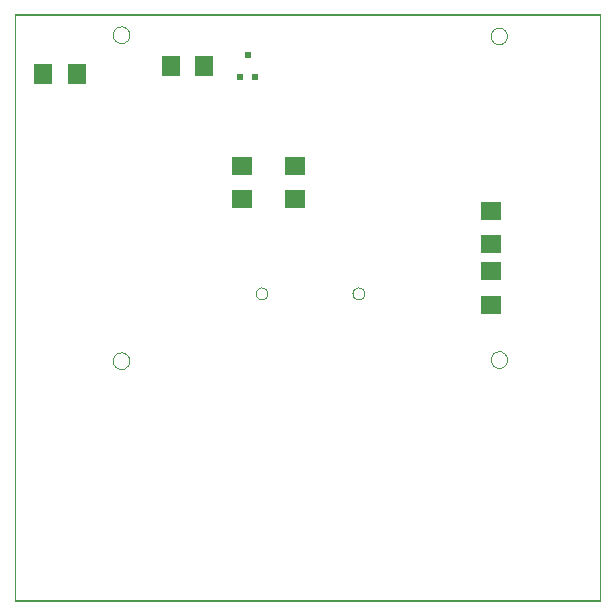
<source format=gbp>
G75*
G70*
%OFA0B0*%
%FSLAX24Y24*%
%IPPOS*%
%LPD*%
%AMOC8*
5,1,8,0,0,1.08239X$1,22.5*
%
%ADD10C,0.0000*%
%ADD11R,0.0709X0.0630*%
%ADD12R,0.0710X0.0630*%
%ADD13R,0.0630X0.0710*%
%ADD14R,0.0236X0.0217*%
D10*
X000736Y000100D02*
X000736Y019663D01*
X020252Y019663D01*
X020252Y000100D01*
X000736Y000100D01*
X000750Y000128D02*
X000750Y019628D01*
X020250Y019628D01*
X020250Y000128D01*
X000750Y000128D01*
X004004Y008120D02*
X004006Y008153D01*
X004012Y008185D01*
X004021Y008216D01*
X004034Y008246D01*
X004051Y008274D01*
X004071Y008300D01*
X004094Y008324D01*
X004119Y008344D01*
X004147Y008362D01*
X004176Y008376D01*
X004207Y008386D01*
X004239Y008393D01*
X004272Y008396D01*
X004305Y008395D01*
X004337Y008390D01*
X004368Y008381D01*
X004399Y008369D01*
X004427Y008353D01*
X004454Y008334D01*
X004478Y008312D01*
X004499Y008287D01*
X004518Y008260D01*
X004533Y008231D01*
X004544Y008201D01*
X004552Y008169D01*
X004556Y008136D01*
X004556Y008104D01*
X004552Y008071D01*
X004544Y008039D01*
X004533Y008009D01*
X004518Y007980D01*
X004499Y007953D01*
X004478Y007928D01*
X004454Y007906D01*
X004427Y007887D01*
X004399Y007871D01*
X004368Y007859D01*
X004337Y007850D01*
X004305Y007845D01*
X004272Y007844D01*
X004239Y007847D01*
X004207Y007854D01*
X004176Y007864D01*
X004147Y007878D01*
X004119Y007896D01*
X004094Y007916D01*
X004071Y007940D01*
X004051Y007966D01*
X004034Y007994D01*
X004021Y008024D01*
X004012Y008055D01*
X004006Y008087D01*
X004004Y008120D01*
X008768Y010364D02*
X008770Y010391D01*
X008776Y010418D01*
X008785Y010444D01*
X008798Y010468D01*
X008814Y010491D01*
X008833Y010510D01*
X008855Y010527D01*
X008879Y010541D01*
X008904Y010551D01*
X008931Y010558D01*
X008958Y010561D01*
X008986Y010560D01*
X009013Y010555D01*
X009039Y010547D01*
X009063Y010535D01*
X009086Y010519D01*
X009107Y010501D01*
X009124Y010480D01*
X009139Y010456D01*
X009150Y010431D01*
X009158Y010405D01*
X009162Y010378D01*
X009162Y010350D01*
X009158Y010323D01*
X009150Y010297D01*
X009139Y010272D01*
X009124Y010248D01*
X009107Y010227D01*
X009086Y010209D01*
X009064Y010193D01*
X009039Y010181D01*
X009013Y010173D01*
X008986Y010168D01*
X008958Y010167D01*
X008931Y010170D01*
X008904Y010177D01*
X008879Y010187D01*
X008855Y010201D01*
X008833Y010218D01*
X008814Y010237D01*
X008798Y010260D01*
X008785Y010284D01*
X008776Y010310D01*
X008770Y010337D01*
X008768Y010364D01*
X011996Y010364D02*
X011998Y010391D01*
X012004Y010418D01*
X012013Y010444D01*
X012026Y010468D01*
X012042Y010491D01*
X012061Y010510D01*
X012083Y010527D01*
X012107Y010541D01*
X012132Y010551D01*
X012159Y010558D01*
X012186Y010561D01*
X012214Y010560D01*
X012241Y010555D01*
X012267Y010547D01*
X012291Y010535D01*
X012314Y010519D01*
X012335Y010501D01*
X012352Y010480D01*
X012367Y010456D01*
X012378Y010431D01*
X012386Y010405D01*
X012390Y010378D01*
X012390Y010350D01*
X012386Y010323D01*
X012378Y010297D01*
X012367Y010272D01*
X012352Y010248D01*
X012335Y010227D01*
X012314Y010209D01*
X012292Y010193D01*
X012267Y010181D01*
X012241Y010173D01*
X012214Y010168D01*
X012186Y010167D01*
X012159Y010170D01*
X012132Y010177D01*
X012107Y010187D01*
X012083Y010201D01*
X012061Y010218D01*
X012042Y010237D01*
X012026Y010260D01*
X012013Y010284D01*
X012004Y010310D01*
X011998Y010337D01*
X011996Y010364D01*
X016602Y008159D02*
X016604Y008192D01*
X016610Y008224D01*
X016619Y008255D01*
X016632Y008285D01*
X016649Y008313D01*
X016669Y008339D01*
X016692Y008363D01*
X016717Y008383D01*
X016745Y008401D01*
X016774Y008415D01*
X016805Y008425D01*
X016837Y008432D01*
X016870Y008435D01*
X016903Y008434D01*
X016935Y008429D01*
X016966Y008420D01*
X016997Y008408D01*
X017025Y008392D01*
X017052Y008373D01*
X017076Y008351D01*
X017097Y008326D01*
X017116Y008299D01*
X017131Y008270D01*
X017142Y008240D01*
X017150Y008208D01*
X017154Y008175D01*
X017154Y008143D01*
X017150Y008110D01*
X017142Y008078D01*
X017131Y008048D01*
X017116Y008019D01*
X017097Y007992D01*
X017076Y007967D01*
X017052Y007945D01*
X017025Y007926D01*
X016997Y007910D01*
X016966Y007898D01*
X016935Y007889D01*
X016903Y007884D01*
X016870Y007883D01*
X016837Y007886D01*
X016805Y007893D01*
X016774Y007903D01*
X016745Y007917D01*
X016717Y007935D01*
X016692Y007955D01*
X016669Y007979D01*
X016649Y008005D01*
X016632Y008033D01*
X016619Y008063D01*
X016610Y008094D01*
X016604Y008126D01*
X016602Y008159D01*
X016602Y018946D02*
X016604Y018979D01*
X016610Y019011D01*
X016619Y019042D01*
X016632Y019072D01*
X016649Y019100D01*
X016669Y019126D01*
X016692Y019150D01*
X016717Y019170D01*
X016745Y019188D01*
X016774Y019202D01*
X016805Y019212D01*
X016837Y019219D01*
X016870Y019222D01*
X016903Y019221D01*
X016935Y019216D01*
X016966Y019207D01*
X016997Y019195D01*
X017025Y019179D01*
X017052Y019160D01*
X017076Y019138D01*
X017097Y019113D01*
X017116Y019086D01*
X017131Y019057D01*
X017142Y019027D01*
X017150Y018995D01*
X017154Y018962D01*
X017154Y018930D01*
X017150Y018897D01*
X017142Y018865D01*
X017131Y018835D01*
X017116Y018806D01*
X017097Y018779D01*
X017076Y018754D01*
X017052Y018732D01*
X017025Y018713D01*
X016997Y018697D01*
X016966Y018685D01*
X016935Y018676D01*
X016903Y018671D01*
X016870Y018670D01*
X016837Y018673D01*
X016805Y018680D01*
X016774Y018690D01*
X016745Y018704D01*
X016717Y018722D01*
X016692Y018742D01*
X016669Y018766D01*
X016649Y018792D01*
X016632Y018820D01*
X016619Y018850D01*
X016610Y018881D01*
X016604Y018913D01*
X016602Y018946D01*
X004004Y018986D02*
X004006Y019019D01*
X004012Y019051D01*
X004021Y019082D01*
X004034Y019112D01*
X004051Y019140D01*
X004071Y019166D01*
X004094Y019190D01*
X004119Y019210D01*
X004147Y019228D01*
X004176Y019242D01*
X004207Y019252D01*
X004239Y019259D01*
X004272Y019262D01*
X004305Y019261D01*
X004337Y019256D01*
X004368Y019247D01*
X004399Y019235D01*
X004427Y019219D01*
X004454Y019200D01*
X004478Y019178D01*
X004499Y019153D01*
X004518Y019126D01*
X004533Y019097D01*
X004544Y019067D01*
X004552Y019035D01*
X004556Y019002D01*
X004556Y018970D01*
X004552Y018937D01*
X004544Y018905D01*
X004533Y018875D01*
X004518Y018846D01*
X004499Y018819D01*
X004478Y018794D01*
X004454Y018772D01*
X004427Y018753D01*
X004399Y018737D01*
X004368Y018725D01*
X004337Y018716D01*
X004305Y018711D01*
X004272Y018710D01*
X004239Y018713D01*
X004207Y018720D01*
X004176Y018730D01*
X004147Y018744D01*
X004119Y018762D01*
X004094Y018782D01*
X004071Y018806D01*
X004051Y018832D01*
X004034Y018860D01*
X004021Y018890D01*
X004012Y018921D01*
X004006Y018953D01*
X004004Y018986D01*
D11*
X008331Y014616D03*
X008331Y013513D03*
X010079Y013506D03*
X010079Y014608D03*
X016621Y013104D03*
X016621Y012002D03*
D12*
X016612Y011101D03*
X016612Y009981D03*
D13*
X007060Y017943D03*
X005940Y017943D03*
X002810Y017693D03*
X001690Y017693D03*
D14*
X008244Y017578D03*
X008756Y017578D03*
X008500Y018307D03*
M02*

</source>
